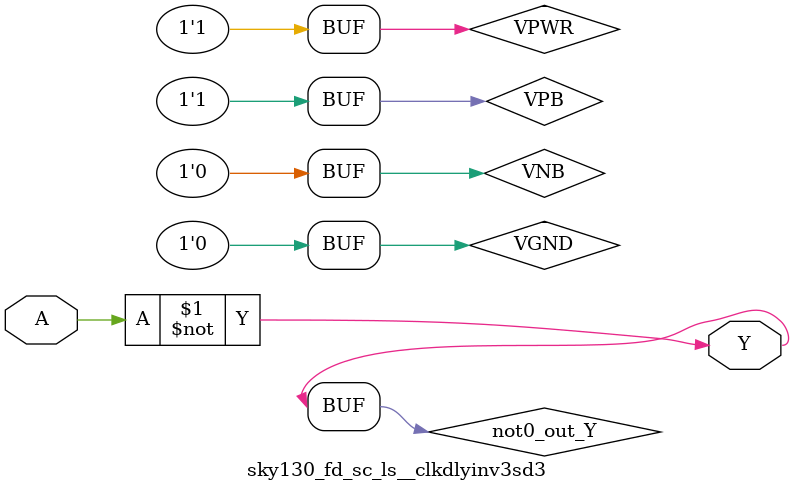
<source format=v>
/*
 * Copyright 2020 The SkyWater PDK Authors
 *
 * Licensed under the Apache License, Version 2.0 (the "License");
 * you may not use this file except in compliance with the License.
 * You may obtain a copy of the License at
 *
 *     https://www.apache.org/licenses/LICENSE-2.0
 *
 * Unless required by applicable law or agreed to in writing, software
 * distributed under the License is distributed on an "AS IS" BASIS,
 * WITHOUT WARRANTIES OR CONDITIONS OF ANY KIND, either express or implied.
 * See the License for the specific language governing permissions and
 * limitations under the License.
 *
 * SPDX-License-Identifier: Apache-2.0
*/


`ifndef SKY130_FD_SC_LS__CLKDLYINV3SD3_BEHAVIORAL_V
`define SKY130_FD_SC_LS__CLKDLYINV3SD3_BEHAVIORAL_V

/**
 * clkdlyinv3sd3: Clock Delay Inverter 3-stage 0.50um length inner
 *                stage gate.
 *
 * Verilog simulation functional model.
 */

`timescale 1ns / 1ps
`default_nettype none

`celldefine
module sky130_fd_sc_ls__clkdlyinv3sd3 (
    Y,
    A
);

    // Module ports
    output Y;
    input  A;

    // Module supplies
    supply1 VPWR;
    supply0 VGND;
    supply1 VPB ;
    supply0 VNB ;

    // Local signals
    wire not0_out_Y;

    //  Name  Output      Other arguments
    not not0 (not0_out_Y, A              );
    buf buf0 (Y         , not0_out_Y     );

endmodule
`endcelldefine

`default_nettype wire
`endif  // SKY130_FD_SC_LS__CLKDLYINV3SD3_BEHAVIORAL_V
</source>
